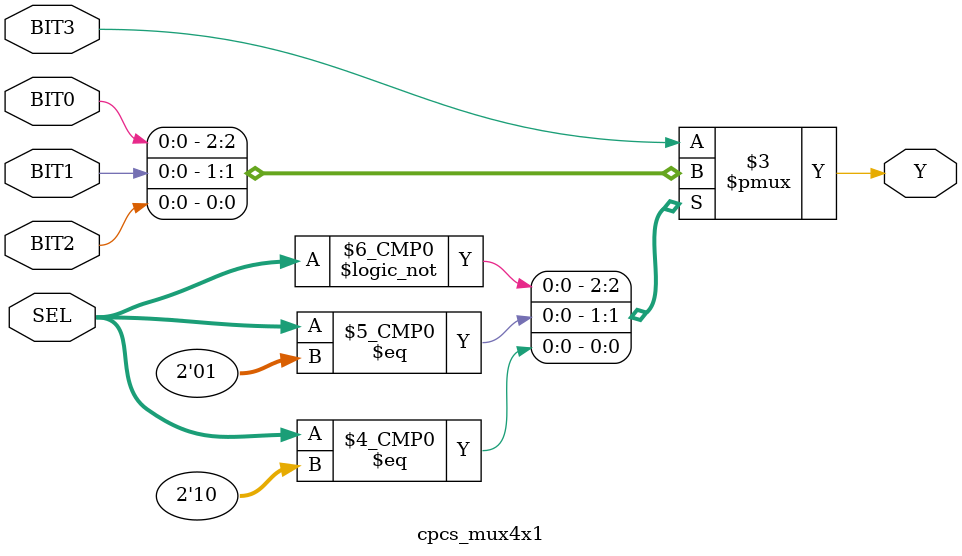
<source format=v>
module cpcs_mux4x1 (SEL, BIT0, BIT1, BIT2, BIT3, Y)/* synthesis syn_preserve = 1 */;

   input[1:0] SEL;
   input BIT0;
   input BIT1;
   input BIT2;
   input BIT3;
   output Y;
   reg Y;

   always @(SEL or BIT0 or BIT1 or BIT2 or BIT3)
   begin
      case (SEL)
         2'b00 :
                  begin
                     Y = BIT0;
                  end
         2'b01 :
                  begin
                     Y = BIT1;
                  end
         2'b10 :
                  begin
                     Y = BIT2;
                  end
         default :
                  begin
                     Y = BIT3;
                  end
      endcase 
//      Y <= Y_VAR ;
   end 
endmodule

</source>
